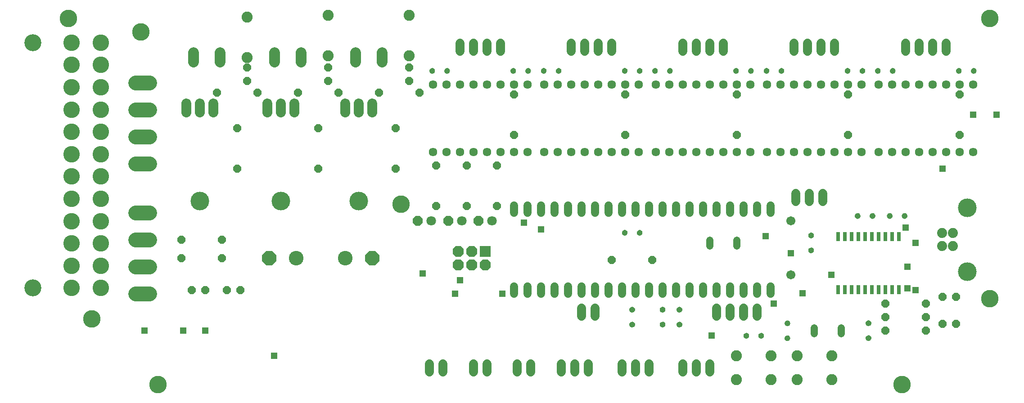
<source format=gts>
G75*
G70*
%OFA0B0*%
%FSLAX24Y24*%
%IPPOS*%
%LPD*%
%AMOC8*
5,1,8,0,0,1.08239X$1,22.5*
%
%ADD10R,0.0316X0.0671*%
%ADD11C,0.0520*%
%ADD12C,0.0050*%
%ADD13C,0.0740*%
%ADD14C,0.1380*%
%ADD15OC8,0.0600*%
%ADD16C,0.0820*%
%ADD17C,0.0600*%
%ADD18C,0.0634*%
%ADD19C,0.0674*%
%ADD20OC8,0.0710*%
%ADD21C,0.0710*%
%ADD22C,0.0671*%
%ADD23R,0.0820X0.0820*%
%ADD24OC8,0.0820*%
%ADD25C,0.0740*%
%ADD26C,0.0785*%
%ADD27C,0.1104*%
%ADD28C,0.1080*%
%ADD29OC8,0.1080*%
%ADD30C,0.1222*%
%ADD31C,0.1261*%
%ADD32C,0.1300*%
%ADD33C,0.0680*%
%ADD34R,0.0476X0.0476*%
D10*
X063425Y008338D03*
X063925Y008338D03*
X064425Y008338D03*
X064925Y008338D03*
X065425Y008338D03*
X065925Y008338D03*
X066425Y008338D03*
X066925Y008338D03*
X067425Y008338D03*
X067925Y008338D03*
X067925Y012275D03*
X067425Y012275D03*
X066925Y012275D03*
X066425Y012275D03*
X065925Y012275D03*
X065425Y012275D03*
X064925Y012275D03*
X064425Y012275D03*
X063925Y012275D03*
X063425Y012275D03*
D11*
X055925Y012026D02*
X055925Y011586D01*
X053925Y011586D02*
X053925Y012026D01*
X061675Y005526D02*
X061675Y005086D01*
X063675Y005086D02*
X063675Y005526D01*
D12*
X065506Y005821D02*
X065502Y005859D01*
X065505Y005897D01*
X065517Y005934D01*
X065537Y005967D01*
X065563Y005994D01*
X065595Y006015D01*
X065631Y006029D01*
X065669Y006034D01*
X065709Y006031D01*
X065747Y006018D01*
X065782Y005998D01*
X065811Y005970D01*
X065833Y005937D01*
X065847Y005899D01*
X065853Y005859D01*
X065848Y005820D01*
X065834Y005783D01*
X065812Y005749D01*
X065784Y005722D01*
X065750Y005701D01*
X065712Y005689D01*
X065673Y005685D01*
X065635Y005690D01*
X065598Y005703D01*
X065566Y005724D01*
X065539Y005751D01*
X065518Y005784D01*
X065506Y005821D01*
X065511Y005806D02*
X065843Y005806D01*
X065852Y005854D02*
X065502Y005854D01*
X065507Y005903D02*
X065846Y005903D01*
X065823Y005951D02*
X065528Y005951D01*
X065572Y006000D02*
X065778Y006000D01*
X065818Y005757D02*
X065535Y005757D01*
X065589Y005709D02*
X065762Y005709D01*
X065709Y004929D02*
X065747Y004916D01*
X065782Y004896D01*
X065811Y004868D01*
X065833Y004835D01*
X065847Y004797D01*
X065853Y004757D01*
X065848Y004718D01*
X065834Y004681D01*
X065812Y004647D01*
X065784Y004620D01*
X065750Y004599D01*
X065712Y004587D01*
X065673Y004583D01*
X065635Y004588D01*
X065598Y004601D01*
X065566Y004622D01*
X065539Y004649D01*
X065518Y004682D01*
X065506Y004719D01*
X065502Y004757D01*
X065505Y004795D01*
X065517Y004832D01*
X065537Y004865D01*
X065563Y004892D01*
X065595Y004913D01*
X065631Y004927D01*
X065669Y004932D01*
X065709Y004929D01*
X065794Y004884D02*
X065556Y004884D01*
X065520Y004836D02*
X065832Y004836D01*
X065849Y004787D02*
X065505Y004787D01*
X065504Y004739D02*
X065851Y004739D01*
X065838Y004690D02*
X065516Y004690D01*
X065546Y004642D02*
X065807Y004642D01*
X065732Y004593D02*
X065619Y004593D01*
X059848Y004753D02*
X059844Y004792D01*
X059832Y004828D01*
X059811Y004861D01*
X059784Y004889D01*
X059752Y004909D01*
X059715Y004922D01*
X059677Y004927D01*
X059638Y004923D01*
X059600Y004911D01*
X059566Y004890D01*
X059538Y004863D01*
X059516Y004830D01*
X059502Y004792D01*
X059497Y004753D01*
X059503Y004713D01*
X059517Y004676D01*
X059539Y004642D01*
X059568Y004614D01*
X059603Y004594D01*
X059641Y004582D01*
X059681Y004578D01*
X059719Y004583D01*
X059755Y004597D01*
X059787Y004618D01*
X059813Y004646D01*
X059833Y004679D01*
X059845Y004715D01*
X059848Y004753D01*
X059847Y004739D02*
X059499Y004739D01*
X059501Y004787D02*
X059844Y004787D01*
X059827Y004836D02*
X059520Y004836D01*
X059560Y004884D02*
X059788Y004884D01*
X059837Y004690D02*
X059511Y004690D01*
X059539Y004642D02*
X059810Y004642D01*
X059746Y004593D02*
X059605Y004593D01*
X057899Y004897D02*
X057887Y004859D01*
X057867Y004824D01*
X057839Y004795D01*
X057805Y004773D01*
X057768Y004759D01*
X057728Y004753D01*
X057689Y004758D01*
X057652Y004772D01*
X057618Y004794D01*
X057591Y004822D01*
X057570Y004856D01*
X057558Y004894D01*
X057554Y004933D01*
X057559Y004971D01*
X057572Y005008D01*
X057593Y005040D01*
X057620Y005067D01*
X057653Y005088D01*
X057690Y005100D01*
X057728Y005104D01*
X057766Y005101D01*
X057803Y005089D01*
X057835Y005069D01*
X057863Y005043D01*
X057884Y005011D01*
X057898Y004975D01*
X057903Y004937D01*
X057899Y004897D01*
X057895Y004884D02*
X057561Y004884D01*
X057554Y004933D02*
X057903Y004933D01*
X057895Y004981D02*
X057562Y004981D01*
X057586Y005030D02*
X057872Y005030D01*
X057820Y005078D02*
X057638Y005078D01*
X057582Y004836D02*
X057874Y004836D01*
X057827Y004787D02*
X057628Y004787D01*
X056797Y004897D02*
X056785Y004859D01*
X056765Y004824D01*
X056737Y004795D01*
X056703Y004773D01*
X056666Y004759D01*
X056626Y004753D01*
X056587Y004758D01*
X056549Y004772D01*
X056516Y004794D01*
X056489Y004822D01*
X056468Y004856D01*
X056456Y004894D01*
X056452Y004933D01*
X056457Y004971D01*
X056470Y005008D01*
X056491Y005040D01*
X056518Y005067D01*
X056551Y005088D01*
X056588Y005100D01*
X056626Y005104D01*
X056664Y005101D01*
X056701Y005089D01*
X056733Y005069D01*
X056761Y005043D01*
X056782Y005011D01*
X056796Y004975D01*
X056801Y004937D01*
X056797Y004897D01*
X056793Y004884D02*
X056459Y004884D01*
X056452Y004933D02*
X056801Y004933D01*
X056793Y004981D02*
X056460Y004981D01*
X056484Y005030D02*
X056770Y005030D01*
X056718Y005078D02*
X056536Y005078D01*
X056480Y004836D02*
X056772Y004836D01*
X056725Y004787D02*
X056526Y004787D01*
X059503Y005815D02*
X059497Y005855D01*
X059502Y005894D01*
X059516Y005932D01*
X059538Y005965D01*
X059566Y005992D01*
X059600Y006013D01*
X059638Y006025D01*
X059677Y006029D01*
X059715Y006024D01*
X059752Y006011D01*
X059784Y005991D01*
X059811Y005963D01*
X059832Y005930D01*
X059844Y005894D01*
X059848Y005855D01*
X059845Y005817D01*
X059833Y005781D01*
X059813Y005748D01*
X059787Y005720D01*
X059755Y005699D01*
X059719Y005685D01*
X059681Y005680D01*
X059641Y005684D01*
X059603Y005696D01*
X059568Y005716D01*
X059539Y005744D01*
X059517Y005778D01*
X059503Y005815D01*
X059506Y005806D02*
X059841Y005806D01*
X059848Y005854D02*
X059497Y005854D01*
X059505Y005903D02*
X059841Y005903D01*
X059819Y005951D02*
X059529Y005951D01*
X059578Y006000D02*
X059770Y006000D01*
X059819Y005757D02*
X059530Y005757D01*
X059581Y005709D02*
X059770Y005709D01*
X051853Y005757D02*
X051848Y005718D01*
X051834Y005681D01*
X051812Y005647D01*
X051784Y005620D01*
X051750Y005599D01*
X051712Y005587D01*
X051673Y005583D01*
X051635Y005588D01*
X051598Y005601D01*
X051566Y005622D01*
X051539Y005649D01*
X051518Y005682D01*
X051506Y005719D01*
X051502Y005757D01*
X051505Y005795D01*
X051517Y005832D01*
X051537Y005865D01*
X051563Y005892D01*
X051595Y005913D01*
X051631Y005927D01*
X051669Y005932D01*
X051709Y005929D01*
X051747Y005916D01*
X051782Y005896D01*
X051811Y005868D01*
X051833Y005835D01*
X051847Y005797D01*
X051853Y005757D01*
X051502Y005757D01*
X051509Y005709D02*
X051845Y005709D01*
X051821Y005660D02*
X051532Y005660D01*
X051581Y005612D02*
X051771Y005612D01*
X051844Y005806D02*
X051509Y005806D01*
X051531Y005854D02*
X051820Y005854D01*
X051770Y005903D02*
X051579Y005903D01*
X050603Y005757D02*
X050252Y005757D01*
X050256Y005719D01*
X050268Y005682D01*
X050289Y005649D01*
X050316Y005622D01*
X050348Y005601D01*
X050385Y005588D01*
X050423Y005583D01*
X050462Y005587D01*
X050500Y005599D01*
X050534Y005620D01*
X050562Y005647D01*
X050584Y005681D01*
X050598Y005718D01*
X050603Y005757D01*
X050597Y005797D01*
X050583Y005835D01*
X050561Y005868D01*
X050532Y005896D01*
X050497Y005916D01*
X050459Y005929D01*
X050419Y005932D01*
X050381Y005927D01*
X050345Y005913D01*
X050313Y005892D01*
X050287Y005865D01*
X050267Y005832D01*
X050255Y005795D01*
X050252Y005757D01*
X050259Y005709D02*
X050595Y005709D01*
X050571Y005660D02*
X050282Y005660D01*
X050331Y005612D02*
X050521Y005612D01*
X050594Y005806D02*
X050259Y005806D01*
X050281Y005854D02*
X050570Y005854D01*
X050520Y005903D02*
X050329Y005903D01*
X050423Y006685D02*
X050385Y006690D01*
X050348Y006703D01*
X050316Y006724D01*
X050289Y006751D01*
X050268Y006784D01*
X050256Y006821D01*
X050252Y006859D01*
X050255Y006897D01*
X050267Y006934D01*
X050287Y006967D01*
X050313Y006994D01*
X050345Y007015D01*
X050381Y007029D01*
X050419Y007034D01*
X050459Y007031D01*
X050497Y007018D01*
X050353Y007018D01*
X050290Y006970D02*
X050561Y006970D01*
X050583Y006937D01*
X050597Y006899D01*
X050603Y006859D01*
X050598Y006820D01*
X050584Y006783D01*
X050562Y006749D01*
X050534Y006722D01*
X050500Y006701D01*
X050462Y006689D01*
X050423Y006685D01*
X050312Y006727D02*
X050540Y006727D01*
X050580Y006776D02*
X050273Y006776D01*
X050256Y006824D02*
X050598Y006824D01*
X050601Y006873D02*
X050253Y006873D01*
X050263Y006921D02*
X050589Y006921D01*
X050561Y006970D02*
X050532Y006998D01*
X050497Y007018D01*
X051505Y006897D02*
X051517Y006934D01*
X051537Y006967D01*
X051563Y006994D01*
X051595Y007015D01*
X051631Y007029D01*
X051669Y007034D01*
X051709Y007031D01*
X051747Y007018D01*
X051603Y007018D01*
X051540Y006970D02*
X051811Y006970D01*
X051833Y006937D01*
X051847Y006899D01*
X051853Y006859D01*
X051848Y006820D01*
X051834Y006783D01*
X051812Y006749D01*
X051784Y006722D01*
X051750Y006701D01*
X051712Y006689D01*
X051673Y006685D01*
X051635Y006690D01*
X051598Y006703D01*
X051566Y006724D01*
X051539Y006751D01*
X051518Y006784D01*
X051506Y006821D01*
X051502Y006859D01*
X051505Y006897D01*
X051503Y006873D02*
X051851Y006873D01*
X051848Y006824D02*
X051506Y006824D01*
X051523Y006776D02*
X051830Y006776D01*
X051790Y006727D02*
X051562Y006727D01*
X051513Y006921D02*
X051839Y006921D01*
X051811Y006970D02*
X051782Y006998D01*
X051747Y007018D01*
X048353Y006859D02*
X048348Y006820D01*
X048334Y006783D01*
X048312Y006749D01*
X048284Y006722D01*
X048250Y006701D01*
X048212Y006689D01*
X048173Y006685D01*
X048135Y006690D01*
X048098Y006703D01*
X048066Y006724D01*
X048039Y006751D01*
X048018Y006784D01*
X048006Y006821D01*
X048002Y006859D01*
X048005Y006897D01*
X048017Y006934D01*
X048037Y006967D01*
X048063Y006994D01*
X048095Y007015D01*
X048131Y007029D01*
X048169Y007034D01*
X048209Y007031D01*
X048247Y007018D01*
X048103Y007018D01*
X048040Y006970D02*
X048311Y006970D01*
X048333Y006937D01*
X048347Y006899D01*
X048353Y006859D01*
X048351Y006873D02*
X048003Y006873D01*
X048006Y006824D02*
X048348Y006824D01*
X048330Y006776D02*
X048023Y006776D01*
X048062Y006727D02*
X048290Y006727D01*
X048339Y006921D02*
X048013Y006921D01*
X048247Y007018D02*
X048282Y006998D01*
X048311Y006970D01*
X048209Y005929D02*
X048247Y005916D01*
X048282Y005896D01*
X048311Y005868D01*
X048333Y005835D01*
X048347Y005797D01*
X048353Y005757D01*
X048348Y005718D01*
X048334Y005681D01*
X048312Y005647D01*
X048284Y005620D01*
X048250Y005599D01*
X048212Y005587D01*
X048173Y005583D01*
X048135Y005588D01*
X048098Y005601D01*
X048066Y005622D01*
X048039Y005649D01*
X048018Y005682D01*
X048006Y005719D01*
X048002Y005757D01*
X048005Y005795D01*
X048017Y005832D01*
X048037Y005865D01*
X048063Y005892D01*
X048095Y005913D01*
X048131Y005927D01*
X048169Y005932D01*
X048209Y005929D01*
X048270Y005903D02*
X048079Y005903D01*
X048031Y005854D02*
X048320Y005854D01*
X048344Y005806D02*
X048009Y005806D01*
X048002Y005757D02*
X048353Y005757D01*
X048345Y005709D02*
X048009Y005709D01*
X048032Y005660D02*
X048321Y005660D01*
X048271Y005612D02*
X048081Y005612D01*
X061268Y011182D02*
X061256Y011219D01*
X061252Y011257D01*
X061255Y011295D01*
X061267Y011332D01*
X061287Y011365D01*
X061313Y011392D01*
X061345Y011413D01*
X061381Y011427D01*
X061419Y011432D01*
X061459Y011429D01*
X061497Y011416D01*
X061532Y011396D01*
X061561Y011368D01*
X061583Y011335D01*
X061269Y011335D01*
X061255Y011286D02*
X061599Y011286D01*
X061597Y011297D02*
X061603Y011257D01*
X061598Y011218D01*
X061584Y011181D01*
X061562Y011147D01*
X061534Y011120D01*
X061500Y011099D01*
X061462Y011087D01*
X061423Y011083D01*
X061385Y011088D01*
X061348Y011101D01*
X061316Y011122D01*
X061289Y011149D01*
X061268Y011182D01*
X061266Y011189D02*
X061587Y011189D01*
X061600Y011238D02*
X061254Y011238D01*
X061297Y011141D02*
X061556Y011141D01*
X061479Y011092D02*
X061372Y011092D01*
X061305Y011383D02*
X061545Y011383D01*
X061583Y011335D02*
X061597Y011297D01*
X061421Y011432D02*
X061417Y011432D01*
X061423Y012185D02*
X061385Y012190D01*
X061348Y012203D01*
X061316Y012224D01*
X061289Y012251D01*
X061268Y012284D01*
X061256Y012321D01*
X061252Y012359D01*
X061255Y012397D01*
X061267Y012434D01*
X061287Y012467D01*
X061313Y012494D01*
X061345Y012515D01*
X061381Y012529D01*
X061419Y012534D01*
X061459Y012531D01*
X061497Y012518D01*
X061532Y012498D01*
X061561Y012470D01*
X061583Y012437D01*
X061597Y012399D01*
X061603Y012359D01*
X061598Y012320D01*
X061584Y012283D01*
X061562Y012249D01*
X061534Y012222D01*
X061500Y012201D01*
X061462Y012189D01*
X061423Y012185D01*
X061340Y012208D02*
X061511Y012208D01*
X061567Y012256D02*
X061285Y012256D01*
X061261Y012305D02*
X061592Y012305D01*
X061602Y012353D02*
X061253Y012353D01*
X061257Y012402D02*
X061596Y012402D01*
X061574Y012450D02*
X061277Y012450D01*
X061320Y012499D02*
X061530Y012499D01*
X064718Y013731D02*
X064706Y013769D01*
X064702Y013808D01*
X064707Y013846D01*
X064720Y013883D01*
X064741Y013915D01*
X064768Y013942D01*
X064801Y013963D01*
X064838Y013975D01*
X064876Y013979D01*
X064914Y013976D01*
X064951Y013964D01*
X064983Y013944D01*
X065011Y013918D01*
X065032Y013886D01*
X065046Y013850D01*
X065051Y013812D01*
X065047Y013772D01*
X065035Y013734D01*
X065015Y013699D01*
X064987Y013670D01*
X064953Y013648D01*
X064916Y013634D01*
X064876Y013628D01*
X064837Y013633D01*
X064799Y013647D01*
X064766Y013669D01*
X064739Y013697D01*
X064718Y013731D01*
X064730Y013711D02*
X065022Y013711D01*
X065044Y013760D02*
X064709Y013760D01*
X064702Y013808D02*
X065051Y013808D01*
X065043Y013857D02*
X064710Y013857D01*
X064734Y013905D02*
X065019Y013905D01*
X064967Y013954D02*
X064787Y013954D01*
X064775Y013663D02*
X064976Y013663D01*
X065808Y013769D02*
X065804Y013808D01*
X065809Y013846D01*
X065822Y013883D01*
X065843Y013915D01*
X065870Y013942D01*
X065903Y013963D01*
X065940Y013975D01*
X065978Y013979D01*
X066016Y013976D01*
X066053Y013964D01*
X066085Y013944D01*
X066113Y013918D01*
X066134Y013886D01*
X066148Y013850D01*
X066153Y013812D01*
X066149Y013772D01*
X066137Y013734D01*
X066117Y013699D01*
X066089Y013670D01*
X066055Y013648D01*
X066018Y013634D01*
X065978Y013628D01*
X065939Y013633D01*
X065902Y013647D01*
X065868Y013669D01*
X065841Y013697D01*
X065820Y013731D01*
X065808Y013769D01*
X065811Y013760D02*
X066146Y013760D01*
X066153Y013808D02*
X065804Y013808D01*
X065812Y013857D02*
X066145Y013857D01*
X066121Y013905D02*
X065836Y013905D01*
X065889Y013954D02*
X066069Y013954D01*
X066124Y013711D02*
X065832Y013711D01*
X065877Y013663D02*
X066078Y013663D01*
X067081Y013769D02*
X067077Y013808D01*
X067082Y013846D01*
X067095Y013883D01*
X067116Y013915D01*
X067143Y013942D01*
X067176Y013963D01*
X067213Y013975D01*
X067251Y013979D01*
X067289Y013976D01*
X067326Y013964D01*
X067358Y013944D01*
X067386Y013918D01*
X067407Y013886D01*
X067421Y013850D01*
X067426Y013812D01*
X067422Y013772D01*
X067410Y013734D01*
X067390Y013699D01*
X067362Y013670D01*
X067328Y013648D01*
X067291Y013634D01*
X067251Y013628D01*
X067212Y013633D01*
X067174Y013647D01*
X067141Y013669D01*
X067114Y013697D01*
X067093Y013731D01*
X067081Y013769D01*
X067084Y013760D02*
X067419Y013760D01*
X067426Y013808D02*
X067077Y013808D01*
X067085Y013857D02*
X067418Y013857D01*
X067394Y013905D02*
X067109Y013905D01*
X067162Y013954D02*
X067342Y013954D01*
X067397Y013711D02*
X067105Y013711D01*
X067150Y013663D02*
X067351Y013663D01*
X068183Y013769D02*
X068179Y013808D01*
X068184Y013846D01*
X068197Y013883D01*
X068218Y013915D01*
X068245Y013942D01*
X068278Y013963D01*
X068315Y013975D01*
X068353Y013979D01*
X068391Y013976D01*
X068428Y013964D01*
X068460Y013944D01*
X068488Y013918D01*
X068509Y013886D01*
X068523Y013850D01*
X068528Y013812D01*
X068524Y013772D01*
X068512Y013734D01*
X068492Y013699D01*
X068464Y013670D01*
X068430Y013648D01*
X068393Y013634D01*
X068353Y013628D01*
X068314Y013633D01*
X068277Y013647D01*
X068243Y013669D01*
X068216Y013697D01*
X068195Y013731D01*
X068183Y013769D01*
X068186Y013760D02*
X068521Y013760D01*
X068528Y013808D02*
X068179Y013808D01*
X068187Y013857D02*
X068520Y013857D01*
X068496Y013905D02*
X068211Y013905D01*
X068264Y013954D02*
X068444Y013954D01*
X068499Y013711D02*
X068207Y013711D01*
X068252Y013663D02*
X068453Y013663D01*
X048898Y012554D02*
X048893Y012516D01*
X048880Y012479D01*
X048859Y012447D01*
X048832Y012420D01*
X048799Y012400D01*
X048762Y012387D01*
X048724Y012383D01*
X048686Y012386D01*
X048649Y012398D01*
X048617Y012418D01*
X048589Y012444D01*
X048568Y012476D01*
X048554Y012512D01*
X048549Y012550D01*
X048553Y012590D01*
X048565Y012628D01*
X048585Y012663D01*
X048613Y012692D01*
X048647Y012714D01*
X048684Y012729D01*
X048724Y012734D01*
X048763Y012729D01*
X048801Y012715D01*
X048834Y012694D01*
X048861Y012665D01*
X048882Y012631D01*
X048894Y012594D01*
X048898Y012554D01*
X048897Y012547D02*
X048549Y012547D01*
X048559Y012499D02*
X048887Y012499D01*
X048862Y012450D02*
X048585Y012450D01*
X048643Y012402D02*
X048803Y012402D01*
X048893Y012596D02*
X048554Y012596D01*
X048574Y012644D02*
X048874Y012644D01*
X048834Y012693D02*
X048614Y012693D01*
X047792Y012594D02*
X047796Y012554D01*
X047791Y012516D01*
X047778Y012479D01*
X047757Y012447D01*
X047730Y012420D01*
X047697Y012400D01*
X047660Y012387D01*
X047622Y012383D01*
X047584Y012386D01*
X047547Y012398D01*
X047515Y012418D01*
X047487Y012444D01*
X047466Y012476D01*
X047452Y012512D01*
X047447Y012550D01*
X047451Y012590D01*
X047463Y012628D01*
X047483Y012663D01*
X047511Y012692D01*
X047545Y012714D01*
X047582Y012729D01*
X047622Y012734D01*
X047661Y012729D01*
X047698Y012715D01*
X047732Y012694D01*
X047759Y012665D01*
X047780Y012631D01*
X047792Y012594D01*
X047791Y012596D02*
X047452Y012596D01*
X047447Y012547D02*
X047795Y012547D01*
X047785Y012499D02*
X047457Y012499D01*
X047483Y012450D02*
X047760Y012450D01*
X047701Y012402D02*
X047541Y012402D01*
X047472Y012644D02*
X047772Y012644D01*
X047732Y012693D02*
X047512Y012693D01*
X047622Y024383D02*
X047660Y024387D01*
X047697Y024400D01*
X047730Y024420D01*
X047757Y024447D01*
X047778Y024479D01*
X047791Y024516D01*
X047796Y024554D01*
X047792Y024594D01*
X047780Y024631D01*
X047759Y024665D01*
X047732Y024694D01*
X047698Y024715D01*
X047661Y024729D01*
X047622Y024734D01*
X047582Y024729D01*
X047545Y024714D01*
X047511Y024692D01*
X047483Y024663D01*
X047463Y024628D01*
X047451Y024590D01*
X047447Y024550D01*
X047452Y024512D01*
X047466Y024476D01*
X047487Y024444D01*
X047515Y024418D01*
X047547Y024398D01*
X047584Y024386D01*
X047622Y024383D01*
X047740Y024430D02*
X047502Y024430D01*
X047465Y024478D02*
X047778Y024478D01*
X047793Y024527D02*
X047450Y024527D01*
X047449Y024575D02*
X047794Y024575D01*
X047782Y024624D02*
X047461Y024624D01*
X047492Y024672D02*
X047752Y024672D01*
X047683Y024721D02*
X047562Y024721D01*
X048553Y024590D02*
X048565Y024628D01*
X048585Y024663D01*
X048613Y024692D01*
X048647Y024714D01*
X048684Y024729D01*
X048724Y024734D01*
X048763Y024729D01*
X048801Y024715D01*
X048834Y024694D01*
X048861Y024665D01*
X048882Y024631D01*
X048894Y024594D01*
X048898Y024554D01*
X048893Y024516D01*
X048880Y024479D01*
X048859Y024447D01*
X048832Y024420D01*
X048799Y024400D01*
X048762Y024387D01*
X048724Y024383D01*
X048686Y024386D01*
X048649Y024398D01*
X048617Y024418D01*
X048589Y024444D01*
X048568Y024476D01*
X048554Y024512D01*
X048549Y024550D01*
X048553Y024590D01*
X048551Y024575D02*
X048896Y024575D01*
X048895Y024527D02*
X048552Y024527D01*
X048567Y024478D02*
X048880Y024478D01*
X048842Y024430D02*
X048604Y024430D01*
X048563Y024624D02*
X048884Y024624D01*
X048854Y024672D02*
X048594Y024672D01*
X048664Y024721D02*
X048785Y024721D01*
X049701Y024590D02*
X049713Y024628D01*
X049733Y024663D01*
X049761Y024692D01*
X049795Y024714D01*
X049832Y024729D01*
X049872Y024734D01*
X049911Y024729D01*
X049948Y024715D01*
X049982Y024694D01*
X050009Y024665D01*
X050030Y024631D01*
X050042Y024594D01*
X050046Y024554D01*
X050041Y024516D01*
X050028Y024479D01*
X050007Y024447D01*
X049980Y024420D01*
X049947Y024400D01*
X049910Y024387D01*
X049872Y024383D01*
X049834Y024386D01*
X049797Y024398D01*
X049765Y024418D01*
X049737Y024444D01*
X049716Y024476D01*
X049702Y024512D01*
X049697Y024550D01*
X049701Y024590D01*
X049699Y024575D02*
X050044Y024575D01*
X050043Y024527D02*
X049700Y024527D01*
X049715Y024478D02*
X050028Y024478D01*
X049990Y024430D02*
X049752Y024430D01*
X049711Y024624D02*
X050032Y024624D01*
X050002Y024672D02*
X049742Y024672D01*
X049812Y024721D02*
X049933Y024721D01*
X050803Y024590D02*
X050815Y024628D01*
X050835Y024663D01*
X050863Y024692D01*
X050897Y024714D01*
X050934Y024729D01*
X050974Y024734D01*
X051013Y024729D01*
X051051Y024715D01*
X051084Y024694D01*
X051111Y024665D01*
X051132Y024631D01*
X051144Y024594D01*
X051148Y024554D01*
X051143Y024516D01*
X051130Y024479D01*
X051109Y024447D01*
X051082Y024420D01*
X051049Y024400D01*
X051012Y024387D01*
X050974Y024383D01*
X050936Y024386D01*
X050899Y024398D01*
X050867Y024418D01*
X050839Y024444D01*
X050818Y024476D01*
X050804Y024512D01*
X050799Y024550D01*
X050803Y024590D01*
X050801Y024575D02*
X051146Y024575D01*
X051145Y024527D02*
X050802Y024527D01*
X050817Y024478D02*
X051130Y024478D01*
X051092Y024430D02*
X050854Y024430D01*
X050813Y024624D02*
X051134Y024624D01*
X051104Y024672D02*
X050844Y024672D01*
X050914Y024721D02*
X051035Y024721D01*
X055697Y024550D02*
X055701Y024590D01*
X055713Y024628D01*
X055733Y024663D01*
X055761Y024692D01*
X055795Y024714D01*
X055832Y024729D01*
X055872Y024734D01*
X055911Y024729D01*
X055948Y024715D01*
X055982Y024694D01*
X056009Y024665D01*
X056030Y024631D01*
X056042Y024594D01*
X056046Y024554D01*
X056041Y024516D01*
X056028Y024479D01*
X056007Y024447D01*
X055980Y024420D01*
X055947Y024400D01*
X055910Y024387D01*
X055872Y024383D01*
X055834Y024386D01*
X055797Y024398D01*
X055765Y024418D01*
X055737Y024444D01*
X055716Y024476D01*
X055702Y024512D01*
X055697Y024550D01*
X055700Y024527D02*
X056043Y024527D01*
X056044Y024575D02*
X055699Y024575D01*
X055711Y024624D02*
X056032Y024624D01*
X056002Y024672D02*
X055742Y024672D01*
X055812Y024721D02*
X055933Y024721D01*
X056028Y024478D02*
X055715Y024478D01*
X055752Y024430D02*
X055990Y024430D01*
X056799Y024550D02*
X056803Y024590D01*
X056815Y024628D01*
X056835Y024663D01*
X056863Y024692D01*
X056897Y024714D01*
X056934Y024729D01*
X056974Y024734D01*
X057013Y024729D01*
X057051Y024715D01*
X057084Y024694D01*
X057111Y024665D01*
X057132Y024631D01*
X057144Y024594D01*
X057148Y024554D01*
X057143Y024516D01*
X057130Y024479D01*
X057109Y024447D01*
X057082Y024420D01*
X057049Y024400D01*
X057012Y024387D01*
X056974Y024383D01*
X056936Y024386D01*
X056899Y024398D01*
X056867Y024418D01*
X056839Y024444D01*
X056818Y024476D01*
X056804Y024512D01*
X056799Y024550D01*
X056802Y024527D02*
X057145Y024527D01*
X057146Y024575D02*
X056801Y024575D01*
X056813Y024624D02*
X057134Y024624D01*
X057104Y024672D02*
X056844Y024672D01*
X056914Y024721D02*
X057035Y024721D01*
X057130Y024478D02*
X056817Y024478D01*
X056854Y024430D02*
X057092Y024430D01*
X057947Y024550D02*
X057951Y024590D01*
X057963Y024628D01*
X057983Y024663D01*
X058011Y024692D01*
X058045Y024714D01*
X058082Y024729D01*
X058122Y024734D01*
X058161Y024729D01*
X058198Y024715D01*
X058232Y024694D01*
X058259Y024665D01*
X058280Y024631D01*
X058292Y024594D01*
X058296Y024554D01*
X058291Y024516D01*
X058278Y024479D01*
X058257Y024447D01*
X058230Y024420D01*
X058197Y024400D01*
X058160Y024387D01*
X058122Y024383D01*
X058084Y024386D01*
X058047Y024398D01*
X058015Y024418D01*
X057987Y024444D01*
X057966Y024476D01*
X057952Y024512D01*
X057947Y024550D01*
X057950Y024527D02*
X058293Y024527D01*
X058294Y024575D02*
X057949Y024575D01*
X057961Y024624D02*
X058282Y024624D01*
X058252Y024672D02*
X057992Y024672D01*
X058062Y024721D02*
X058183Y024721D01*
X058278Y024478D02*
X057965Y024478D01*
X058002Y024430D02*
X058240Y024430D01*
X059049Y024550D02*
X059053Y024590D01*
X059065Y024628D01*
X059085Y024663D01*
X059113Y024692D01*
X059147Y024714D01*
X059184Y024729D01*
X059224Y024734D01*
X059263Y024729D01*
X059301Y024715D01*
X059334Y024694D01*
X059361Y024665D01*
X059382Y024631D01*
X059394Y024594D01*
X059398Y024554D01*
X059393Y024516D01*
X059380Y024479D01*
X059359Y024447D01*
X059332Y024420D01*
X059299Y024400D01*
X059262Y024387D01*
X059224Y024383D01*
X059186Y024386D01*
X059149Y024398D01*
X059117Y024418D01*
X059089Y024444D01*
X059068Y024476D01*
X059054Y024512D01*
X059049Y024550D01*
X059052Y024527D02*
X059395Y024527D01*
X059396Y024575D02*
X059051Y024575D01*
X059063Y024624D02*
X059384Y024624D01*
X059354Y024672D02*
X059094Y024672D01*
X059164Y024721D02*
X059285Y024721D01*
X059380Y024478D02*
X059067Y024478D01*
X059104Y024430D02*
X059342Y024430D01*
X063947Y024550D02*
X063951Y024590D01*
X063963Y024628D01*
X063983Y024663D01*
X064011Y024692D01*
X064045Y024714D01*
X064082Y024729D01*
X064122Y024734D01*
X064161Y024729D01*
X064198Y024715D01*
X064232Y024694D01*
X064259Y024665D01*
X064280Y024631D01*
X064292Y024594D01*
X064296Y024554D01*
X064291Y024516D01*
X064278Y024479D01*
X064257Y024447D01*
X064230Y024420D01*
X064197Y024400D01*
X064160Y024387D01*
X064122Y024383D01*
X064084Y024386D01*
X064047Y024398D01*
X064015Y024418D01*
X063987Y024444D01*
X063966Y024476D01*
X063952Y024512D01*
X063947Y024550D01*
X063950Y024527D02*
X064293Y024527D01*
X064294Y024575D02*
X063949Y024575D01*
X063961Y024624D02*
X064282Y024624D01*
X064252Y024672D02*
X063992Y024672D01*
X064062Y024721D02*
X064183Y024721D01*
X064278Y024478D02*
X063965Y024478D01*
X064002Y024430D02*
X064240Y024430D01*
X065049Y024550D02*
X065053Y024590D01*
X065065Y024628D01*
X065085Y024663D01*
X065113Y024692D01*
X065147Y024714D01*
X065184Y024729D01*
X065224Y024734D01*
X065263Y024729D01*
X065301Y024715D01*
X065334Y024694D01*
X065361Y024665D01*
X065382Y024631D01*
X065394Y024594D01*
X065398Y024554D01*
X065393Y024516D01*
X065380Y024479D01*
X065359Y024447D01*
X065332Y024420D01*
X065299Y024400D01*
X065262Y024387D01*
X065224Y024383D01*
X065186Y024386D01*
X065149Y024398D01*
X065117Y024418D01*
X065089Y024444D01*
X065068Y024476D01*
X065054Y024512D01*
X065049Y024550D01*
X065052Y024527D02*
X065395Y024527D01*
X065396Y024575D02*
X065051Y024575D01*
X065063Y024624D02*
X065384Y024624D01*
X065354Y024672D02*
X065094Y024672D01*
X065164Y024721D02*
X065285Y024721D01*
X065380Y024478D02*
X065067Y024478D01*
X065104Y024430D02*
X065342Y024430D01*
X066197Y024550D02*
X066201Y024590D01*
X066213Y024628D01*
X066233Y024663D01*
X066261Y024692D01*
X066295Y024714D01*
X066332Y024729D01*
X066372Y024734D01*
X066411Y024729D01*
X066448Y024715D01*
X066482Y024694D01*
X066509Y024665D01*
X066530Y024631D01*
X066542Y024594D01*
X066546Y024554D01*
X066541Y024516D01*
X066528Y024479D01*
X066507Y024447D01*
X066480Y024420D01*
X066447Y024400D01*
X066410Y024387D01*
X066372Y024383D01*
X066334Y024386D01*
X066297Y024398D01*
X066265Y024418D01*
X066237Y024444D01*
X066216Y024476D01*
X066202Y024512D01*
X066197Y024550D01*
X066200Y024527D02*
X066543Y024527D01*
X066544Y024575D02*
X066199Y024575D01*
X066211Y024624D02*
X066532Y024624D01*
X066502Y024672D02*
X066242Y024672D01*
X066312Y024721D02*
X066433Y024721D01*
X066528Y024478D02*
X066215Y024478D01*
X066252Y024430D02*
X066490Y024430D01*
X067299Y024550D02*
X067303Y024590D01*
X067315Y024628D01*
X067335Y024663D01*
X067363Y024692D01*
X067397Y024714D01*
X067434Y024729D01*
X067474Y024734D01*
X067513Y024729D01*
X067551Y024715D01*
X067584Y024694D01*
X067611Y024665D01*
X067632Y024631D01*
X067644Y024594D01*
X067648Y024554D01*
X067643Y024516D01*
X067630Y024479D01*
X067609Y024447D01*
X067582Y024420D01*
X067549Y024400D01*
X067512Y024387D01*
X067474Y024383D01*
X067436Y024386D01*
X067399Y024398D01*
X067367Y024418D01*
X067339Y024444D01*
X067318Y024476D01*
X067304Y024512D01*
X067299Y024550D01*
X067302Y024527D02*
X067645Y024527D01*
X067646Y024575D02*
X067301Y024575D01*
X067313Y024624D02*
X067634Y024624D01*
X067604Y024672D02*
X067344Y024672D01*
X067414Y024721D02*
X067535Y024721D01*
X067630Y024478D02*
X067317Y024478D01*
X067354Y024430D02*
X067592Y024430D01*
X072197Y024550D02*
X072201Y024590D01*
X072213Y024628D01*
X072233Y024663D01*
X072261Y024692D01*
X072295Y024714D01*
X072332Y024729D01*
X072372Y024734D01*
X072411Y024729D01*
X072448Y024715D01*
X072482Y024694D01*
X072509Y024665D01*
X072530Y024631D01*
X072542Y024594D01*
X072546Y024554D01*
X072541Y024516D01*
X072528Y024479D01*
X072507Y024447D01*
X072480Y024420D01*
X072447Y024400D01*
X072410Y024387D01*
X072372Y024383D01*
X072334Y024386D01*
X072297Y024398D01*
X072265Y024418D01*
X072237Y024444D01*
X072216Y024476D01*
X072202Y024512D01*
X072197Y024550D01*
X072200Y024527D02*
X072543Y024527D01*
X072544Y024575D02*
X072199Y024575D01*
X072211Y024624D02*
X072532Y024624D01*
X072502Y024672D02*
X072242Y024672D01*
X072312Y024721D02*
X072433Y024721D01*
X072528Y024478D02*
X072215Y024478D01*
X072252Y024430D02*
X072490Y024430D01*
X073299Y024550D02*
X073303Y024590D01*
X073315Y024628D01*
X073335Y024663D01*
X073363Y024692D01*
X073397Y024714D01*
X073434Y024729D01*
X073474Y024734D01*
X073513Y024729D01*
X073551Y024715D01*
X073584Y024694D01*
X073611Y024665D01*
X073632Y024631D01*
X073644Y024594D01*
X073648Y024554D01*
X073643Y024516D01*
X073630Y024479D01*
X073609Y024447D01*
X073582Y024420D01*
X073549Y024400D01*
X073512Y024387D01*
X073474Y024383D01*
X073436Y024386D01*
X073399Y024398D01*
X073367Y024418D01*
X073339Y024444D01*
X073318Y024476D01*
X073304Y024512D01*
X073299Y024550D01*
X073302Y024527D02*
X073645Y024527D01*
X073646Y024575D02*
X073301Y024575D01*
X073313Y024624D02*
X073634Y024624D01*
X073604Y024672D02*
X073344Y024672D01*
X073414Y024721D02*
X073535Y024721D01*
X073630Y024478D02*
X073317Y024478D01*
X073354Y024430D02*
X073592Y024430D01*
X042898Y024554D02*
X042893Y024516D01*
X042880Y024479D01*
X042859Y024447D01*
X042832Y024420D01*
X042799Y024400D01*
X042762Y024387D01*
X042724Y024383D01*
X042686Y024386D01*
X042649Y024398D01*
X042617Y024418D01*
X042589Y024444D01*
X042568Y024476D01*
X042554Y024512D01*
X042549Y024550D01*
X042553Y024590D01*
X042565Y024628D01*
X042585Y024663D01*
X042613Y024692D01*
X042647Y024714D01*
X042684Y024729D01*
X042724Y024734D01*
X042763Y024729D01*
X042801Y024715D01*
X042834Y024694D01*
X042861Y024665D01*
X042882Y024631D01*
X042894Y024594D01*
X042898Y024554D01*
X042896Y024575D02*
X042551Y024575D01*
X042552Y024527D02*
X042895Y024527D01*
X042880Y024478D02*
X042567Y024478D01*
X042604Y024430D02*
X042842Y024430D01*
X042884Y024624D02*
X042563Y024624D01*
X042594Y024672D02*
X042854Y024672D01*
X042785Y024721D02*
X042664Y024721D01*
X041792Y024594D02*
X041796Y024554D01*
X041791Y024516D01*
X041778Y024479D01*
X041757Y024447D01*
X041730Y024420D01*
X041697Y024400D01*
X041660Y024387D01*
X041622Y024383D01*
X041584Y024386D01*
X041547Y024398D01*
X041515Y024418D01*
X041487Y024444D01*
X041466Y024476D01*
X041452Y024512D01*
X041447Y024550D01*
X041451Y024590D01*
X041463Y024628D01*
X041483Y024663D01*
X041511Y024692D01*
X041545Y024714D01*
X041582Y024729D01*
X041622Y024734D01*
X041661Y024729D01*
X041698Y024715D01*
X041732Y024694D01*
X041759Y024665D01*
X041780Y024631D01*
X041792Y024594D01*
X041794Y024575D02*
X041449Y024575D01*
X041450Y024527D02*
X041793Y024527D01*
X041778Y024478D02*
X041465Y024478D01*
X041502Y024430D02*
X041740Y024430D01*
X041782Y024624D02*
X041461Y024624D01*
X041492Y024672D02*
X041752Y024672D01*
X041683Y024721D02*
X041562Y024721D01*
X040644Y024594D02*
X040648Y024554D01*
X040643Y024516D01*
X040630Y024479D01*
X040609Y024447D01*
X040582Y024420D01*
X040549Y024400D01*
X040512Y024387D01*
X040474Y024383D01*
X040436Y024386D01*
X040399Y024398D01*
X040367Y024418D01*
X040339Y024444D01*
X040318Y024476D01*
X040304Y024512D01*
X040299Y024550D01*
X040303Y024590D01*
X040315Y024628D01*
X040335Y024663D01*
X040363Y024692D01*
X040397Y024714D01*
X040434Y024729D01*
X040474Y024734D01*
X040513Y024729D01*
X040551Y024715D01*
X040584Y024694D01*
X040611Y024665D01*
X040632Y024631D01*
X040644Y024594D01*
X040646Y024575D02*
X040301Y024575D01*
X040302Y024527D02*
X040645Y024527D01*
X040630Y024478D02*
X040317Y024478D01*
X040354Y024430D02*
X040592Y024430D01*
X040634Y024624D02*
X040313Y024624D01*
X040344Y024672D02*
X040604Y024672D01*
X040535Y024721D02*
X040414Y024721D01*
X039542Y024594D02*
X039546Y024554D01*
X039541Y024516D01*
X039528Y024479D01*
X039507Y024447D01*
X039480Y024420D01*
X039447Y024400D01*
X039410Y024387D01*
X039372Y024383D01*
X039334Y024386D01*
X039297Y024398D01*
X039265Y024418D01*
X039237Y024444D01*
X039216Y024476D01*
X039202Y024512D01*
X039197Y024550D01*
X039201Y024590D01*
X039213Y024628D01*
X039233Y024663D01*
X039261Y024692D01*
X039295Y024714D01*
X039332Y024729D01*
X039372Y024734D01*
X039411Y024729D01*
X039448Y024715D01*
X039482Y024694D01*
X039509Y024665D01*
X039530Y024631D01*
X039542Y024594D01*
X039544Y024575D02*
X039199Y024575D01*
X039200Y024527D02*
X039543Y024527D01*
X039528Y024478D02*
X039215Y024478D01*
X039252Y024430D02*
X039490Y024430D01*
X039532Y024624D02*
X039211Y024624D01*
X039242Y024672D02*
X039502Y024672D01*
X039433Y024721D02*
X039312Y024721D01*
X034648Y024554D02*
X034643Y024516D01*
X034630Y024479D01*
X034609Y024447D01*
X034582Y024420D01*
X034549Y024400D01*
X034512Y024387D01*
X034474Y024383D01*
X034436Y024386D01*
X034399Y024398D01*
X034367Y024418D01*
X034339Y024444D01*
X034318Y024476D01*
X034304Y024512D01*
X034299Y024550D01*
X034303Y024590D01*
X034315Y024628D01*
X034335Y024663D01*
X034363Y024692D01*
X034397Y024714D01*
X034434Y024729D01*
X034474Y024734D01*
X034513Y024729D01*
X034551Y024715D01*
X034584Y024694D01*
X034611Y024665D01*
X034632Y024631D01*
X034644Y024594D01*
X034648Y024554D01*
X034646Y024575D02*
X034301Y024575D01*
X034302Y024527D02*
X034645Y024527D01*
X034630Y024478D02*
X034317Y024478D01*
X034354Y024430D02*
X034592Y024430D01*
X034634Y024624D02*
X034313Y024624D01*
X034344Y024672D02*
X034604Y024672D01*
X034535Y024721D02*
X034414Y024721D01*
X033542Y024594D02*
X033546Y024554D01*
X033541Y024516D01*
X033528Y024479D01*
X033507Y024447D01*
X033480Y024420D01*
X033447Y024400D01*
X033410Y024387D01*
X033372Y024383D01*
X033334Y024386D01*
X033297Y024398D01*
X033265Y024418D01*
X033237Y024444D01*
X033216Y024476D01*
X033202Y024512D01*
X033197Y024550D01*
X033201Y024590D01*
X033213Y024628D01*
X033233Y024663D01*
X033261Y024692D01*
X033295Y024714D01*
X033332Y024729D01*
X033372Y024734D01*
X033411Y024729D01*
X033448Y024715D01*
X033482Y024694D01*
X033509Y024665D01*
X033530Y024631D01*
X033542Y024594D01*
X033544Y024575D02*
X033199Y024575D01*
X033200Y024527D02*
X033543Y024527D01*
X033528Y024478D02*
X033215Y024478D01*
X033252Y024430D02*
X033490Y024430D01*
X033532Y024624D02*
X033211Y024624D01*
X033242Y024672D02*
X033502Y024672D01*
X033433Y024721D02*
X033312Y024721D01*
D13*
X071145Y012548D03*
X071925Y012548D03*
X071925Y011564D03*
X071145Y011564D03*
D14*
X072995Y009686D03*
X072995Y014426D03*
X027925Y014906D03*
X022175Y014906D03*
X016175Y014906D03*
D15*
X018925Y017306D03*
X024925Y017306D03*
X030675Y017306D03*
X033675Y017556D03*
X035925Y017556D03*
X038175Y017556D03*
X039425Y019806D03*
X039425Y022806D03*
X032425Y022931D03*
X031675Y023806D03*
X031675Y024806D03*
X029425Y022931D03*
X026425Y022931D03*
X025675Y023806D03*
X025675Y024806D03*
X023425Y022931D03*
X020425Y022931D03*
X019675Y023806D03*
X019675Y024806D03*
X017425Y022931D03*
X018925Y020306D03*
X024925Y020306D03*
X030675Y020306D03*
X033675Y014556D03*
X035925Y014556D03*
X038175Y014556D03*
X046675Y010556D03*
X049675Y010556D03*
X066925Y007306D03*
X066925Y006306D03*
X066925Y005306D03*
X069925Y005306D03*
X071175Y005806D03*
X072175Y005806D03*
X069925Y006306D03*
X069925Y007306D03*
X071175Y007806D03*
X072175Y007806D03*
X072425Y019806D03*
X072425Y022806D03*
X064175Y022806D03*
X064175Y019806D03*
X055925Y019806D03*
X055925Y022806D03*
X047675Y022806D03*
X047675Y019806D03*
X017800Y012056D03*
X014800Y012056D03*
X014800Y010681D03*
X017800Y010681D03*
X018175Y008306D03*
X019175Y008306D03*
X016550Y008306D03*
X015550Y008306D03*
D16*
X055895Y003446D03*
X058455Y003446D03*
X060395Y003446D03*
X062955Y003446D03*
X062955Y001666D03*
X060395Y001666D03*
X058455Y001666D03*
X055895Y001666D03*
X019675Y025556D03*
X025675Y025681D03*
X031675Y025681D03*
X031675Y028681D03*
X025675Y028681D03*
X019675Y028556D03*
D17*
X039425Y014566D02*
X039425Y014046D01*
X040425Y014046D02*
X040425Y014566D01*
X041425Y014566D02*
X041425Y014046D01*
X042425Y014046D02*
X042425Y014566D01*
X043425Y014566D02*
X043425Y014046D01*
X044425Y014046D02*
X044425Y014566D01*
X045425Y014566D02*
X045425Y014046D01*
X046425Y014046D02*
X046425Y014566D01*
X047425Y014566D02*
X047425Y014046D01*
X048425Y014046D02*
X048425Y014566D01*
X049425Y014566D02*
X049425Y014046D01*
X050425Y014046D02*
X050425Y014566D01*
X051425Y014566D02*
X051425Y014046D01*
X052425Y014046D02*
X052425Y014566D01*
X053425Y014566D02*
X053425Y014046D01*
X054425Y014046D02*
X054425Y014566D01*
X055425Y014566D02*
X055425Y014046D01*
X056425Y014046D02*
X056425Y014566D01*
X057425Y014566D02*
X057425Y014046D01*
X058425Y014046D02*
X058425Y014566D01*
X058425Y008566D02*
X058425Y008046D01*
X057425Y008046D02*
X057425Y008566D01*
X056425Y008566D02*
X056425Y008046D01*
X055425Y008046D02*
X055425Y008566D01*
X054425Y008566D02*
X054425Y008046D01*
X053425Y008046D02*
X053425Y008566D01*
X052425Y008566D02*
X052425Y008046D01*
X051425Y008046D02*
X051425Y008566D01*
X050425Y008566D02*
X050425Y008046D01*
X049425Y008046D02*
X049425Y008566D01*
X048425Y008566D02*
X048425Y008046D01*
X047425Y008046D02*
X047425Y008566D01*
X046425Y008566D02*
X046425Y008046D01*
X045425Y008046D02*
X045425Y008566D01*
X044425Y008566D02*
X044425Y008046D01*
X043425Y008046D02*
X043425Y008566D01*
X042425Y008566D02*
X042425Y008046D01*
X041425Y008046D02*
X041425Y008566D01*
X040425Y008566D02*
X040425Y008046D01*
X039425Y008046D02*
X039425Y008566D01*
D18*
X039425Y018556D03*
X040425Y018556D03*
X041675Y018556D03*
X042675Y018556D03*
X043675Y018556D03*
X044675Y018556D03*
X045675Y018556D03*
X046675Y018556D03*
X047675Y018556D03*
X048675Y018556D03*
X049925Y018556D03*
X050925Y018556D03*
X051925Y018556D03*
X052925Y018556D03*
X053925Y018556D03*
X054925Y018556D03*
X055925Y018556D03*
X056925Y018556D03*
X058175Y018556D03*
X059175Y018556D03*
X060175Y018556D03*
X061175Y018556D03*
X062175Y018556D03*
X063175Y018556D03*
X064175Y018556D03*
X065175Y018556D03*
X066425Y018556D03*
X067425Y018556D03*
X068425Y018556D03*
X069425Y018556D03*
X070425Y018556D03*
X071425Y018556D03*
X072425Y018556D03*
X073425Y018556D03*
X073425Y023556D03*
X072425Y023556D03*
X071425Y023556D03*
X070425Y023556D03*
X069425Y023556D03*
X068425Y023556D03*
X067425Y023556D03*
X066425Y023556D03*
X065175Y023556D03*
X064175Y023556D03*
X063175Y023556D03*
X062175Y023556D03*
X061175Y023556D03*
X060175Y023556D03*
X059175Y023556D03*
X058175Y023556D03*
X056925Y023556D03*
X055925Y023556D03*
X054925Y023556D03*
X053925Y023556D03*
X052925Y023556D03*
X051925Y023556D03*
X050925Y023556D03*
X049925Y023556D03*
X048675Y023556D03*
X047675Y023556D03*
X046675Y023556D03*
X045675Y023556D03*
X044675Y023556D03*
X043675Y023556D03*
X042675Y023556D03*
X041675Y023556D03*
X040425Y023556D03*
X039425Y023556D03*
X038425Y023556D03*
X037425Y023556D03*
X036425Y023556D03*
X035425Y023556D03*
X034425Y023556D03*
X033425Y023556D03*
X033425Y018556D03*
X034425Y018556D03*
X035425Y018556D03*
X036425Y018556D03*
X037425Y018556D03*
X038425Y018556D03*
D19*
X038425Y026009D02*
X038425Y026603D01*
X037425Y026603D02*
X037425Y026009D01*
X036425Y026009D02*
X036425Y026603D01*
X035425Y026603D02*
X035425Y026009D01*
X043675Y026009D02*
X043675Y026603D01*
X044675Y026603D02*
X044675Y026009D01*
X045675Y026009D02*
X045675Y026603D01*
X046675Y026603D02*
X046675Y026009D01*
X051925Y026009D02*
X051925Y026603D01*
X052925Y026603D02*
X052925Y026009D01*
X053925Y026009D02*
X053925Y026603D01*
X054925Y026603D02*
X054925Y026009D01*
X060175Y026009D02*
X060175Y026603D01*
X061175Y026603D02*
X061175Y026009D01*
X062175Y026009D02*
X062175Y026603D01*
X063175Y026603D02*
X063175Y026009D01*
X068425Y026009D02*
X068425Y026603D01*
X069425Y026603D02*
X069425Y026009D01*
X070425Y026009D02*
X070425Y026603D01*
X071425Y026603D02*
X071425Y026009D01*
X053925Y002853D02*
X053925Y002259D01*
X052925Y002259D02*
X052925Y002853D01*
X051925Y002853D02*
X051925Y002259D01*
X049425Y002259D02*
X049425Y002853D01*
X048425Y002853D02*
X048425Y002259D01*
X047425Y002259D02*
X047425Y002853D01*
X044925Y002853D02*
X044925Y002259D01*
X043925Y002259D02*
X043925Y002853D01*
X042925Y002853D02*
X042925Y002259D01*
X040675Y002259D02*
X040675Y002853D01*
X039675Y002853D02*
X039675Y002259D01*
X037425Y002259D02*
X037425Y002853D01*
X036425Y002853D02*
X036425Y002259D01*
X034175Y002259D02*
X034175Y002853D01*
X033175Y002853D02*
X033175Y002259D01*
D20*
X032300Y013431D03*
X034550Y013431D03*
X036800Y013431D03*
D21*
X035550Y013431D03*
X033300Y013431D03*
X037800Y013431D03*
D22*
X059925Y013431D03*
X059925Y009431D03*
D23*
X037300Y011181D03*
D24*
X036300Y011181D03*
X035300Y011181D03*
X035300Y010181D03*
X036300Y010181D03*
X037300Y010181D03*
D25*
X028925Y021476D02*
X028925Y022136D01*
X027925Y022136D02*
X027925Y021476D01*
X026925Y021476D02*
X026925Y022136D01*
X023175Y022136D02*
X023175Y021476D01*
X022175Y021476D02*
X022175Y022136D01*
X021175Y022136D02*
X021175Y021476D01*
X017175Y021476D02*
X017175Y022136D01*
X016175Y022136D02*
X016175Y021476D01*
X015175Y021476D02*
X015175Y022136D01*
D26*
X015691Y025204D02*
X015691Y025909D01*
X017659Y025909D02*
X017659Y025204D01*
X021691Y025204D02*
X021691Y025909D01*
X023659Y025909D02*
X023659Y025204D01*
X027691Y025204D02*
X027691Y025909D01*
X029659Y025909D02*
X029659Y025204D01*
D27*
X012437Y023681D02*
X011413Y023681D01*
X011413Y021681D02*
X012437Y021681D01*
X012437Y019681D02*
X011413Y019681D01*
X011413Y017681D02*
X012437Y017681D01*
X012437Y014056D02*
X011413Y014056D01*
X011413Y012056D02*
X012437Y012056D01*
X012437Y010056D02*
X011413Y010056D01*
X011413Y008056D02*
X012437Y008056D01*
D28*
X023300Y010681D03*
X026925Y010681D03*
D29*
X028925Y010681D03*
X021300Y010681D03*
D30*
X008839Y010115D03*
X006674Y010115D03*
X006674Y011769D03*
X008839Y011769D03*
X008839Y013422D03*
X006674Y013422D03*
X006674Y015076D03*
X008839Y015076D03*
X008839Y016729D03*
X006674Y016729D03*
X006674Y018383D03*
X008839Y018383D03*
X008839Y020036D03*
X006674Y020036D03*
X006674Y021690D03*
X008839Y021690D03*
X008839Y023344D03*
X006674Y023344D03*
X006674Y024997D03*
X008839Y024997D03*
X008839Y026651D03*
X006674Y026651D03*
X006674Y008462D03*
X008839Y008462D03*
D31*
X003800Y008462D03*
X003800Y026651D03*
D32*
X013050Y001306D03*
X008175Y006181D03*
X031050Y014681D03*
X011800Y027431D03*
X006425Y028431D03*
X074675Y028431D03*
X074675Y007681D03*
X068175Y001306D03*
D33*
X057425Y006381D02*
X057425Y006981D01*
X056425Y006981D02*
X056425Y006381D01*
X055425Y006381D02*
X055425Y006981D01*
X054425Y006981D02*
X054425Y006381D01*
X045425Y006381D02*
X045425Y006981D01*
X044425Y006981D02*
X044425Y006381D01*
X060300Y014881D02*
X060300Y015481D01*
X061300Y015481D02*
X061300Y014881D01*
X062300Y014881D02*
X062300Y015481D01*
D34*
X068425Y012931D03*
X069175Y011806D03*
X068550Y010056D03*
X068550Y008431D03*
X069175Y008306D03*
X062925Y009431D03*
X060800Y008094D03*
X058675Y007306D03*
X054050Y004931D03*
X038550Y008056D03*
X035425Y009056D03*
X035050Y008056D03*
X032675Y009556D03*
X041425Y012806D03*
X040175Y013306D03*
X058050Y012306D03*
X059925Y011056D03*
X071175Y017306D03*
X073425Y021306D03*
X075175Y021306D03*
X021675Y003431D03*
X016550Y005306D03*
X014925Y005306D03*
X012050Y005306D03*
M02*

</source>
